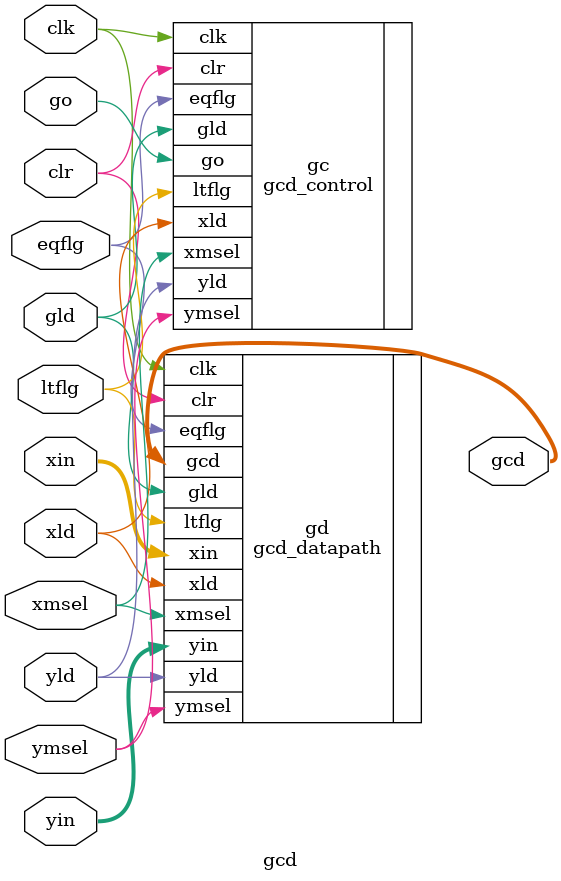
<source format=v>
module gcd(
		input clk,
		input clr,
		input go,
		input [3:0] xin,
		input [3:0] yin,
		output [3:0] gcd,
		inout wire xmsel,
		inout wire ymsel,
		inout wire xld,
		inout wire yld,
		inout wire gld,
		inout wire eqflg,
		inout wire ltflg);
	gcd_datapath gd(.clk(clk),
			          .clr(clr),
						 .xmsel(xmsel),
						 .ymsel(ymsel),
						 .xld(xld),
						 .yld(yld),
						 .gld(gld),
						 .xin(xin),
						 .yin(yin),
						 .eqflg(eqflg),
						 .ltflg(ltflg),
						 .gcd(gcd)
						 );
	gcd_control gc(.clk(clk),
						.clr(clr),
						.go(go),
						.eqflg(eqflg),
						.ltflg(ltflg),
						.xmsel(xmsel),
						.ymsel(ymsel),
						.xld(xld),
						.yld(yld),
						.gld(gld)
						);
endmodule

</source>
